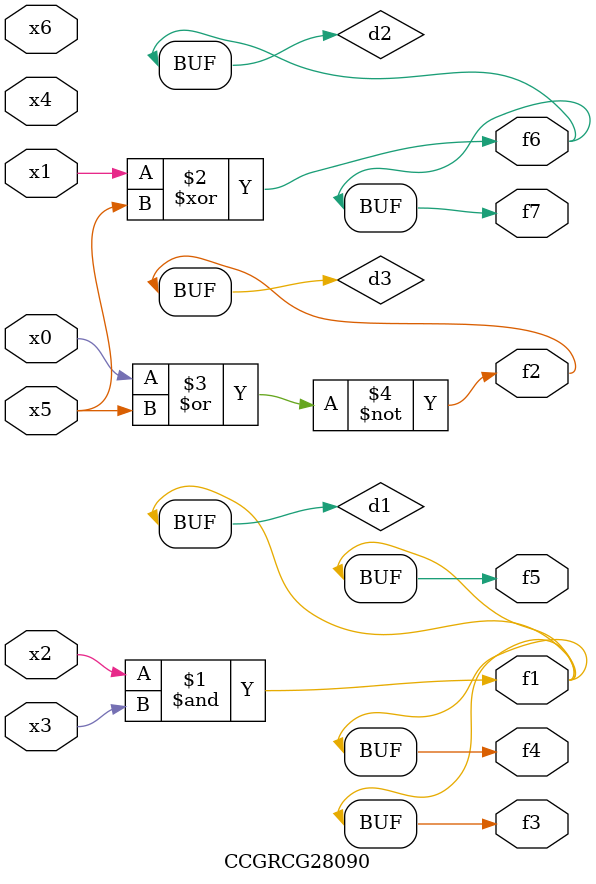
<source format=v>
module CCGRCG28090(
	input x0, x1, x2, x3, x4, x5, x6,
	output f1, f2, f3, f4, f5, f6, f7
);

	wire d1, d2, d3;

	and (d1, x2, x3);
	xor (d2, x1, x5);
	nor (d3, x0, x5);
	assign f1 = d1;
	assign f2 = d3;
	assign f3 = d1;
	assign f4 = d1;
	assign f5 = d1;
	assign f6 = d2;
	assign f7 = d2;
endmodule

</source>
